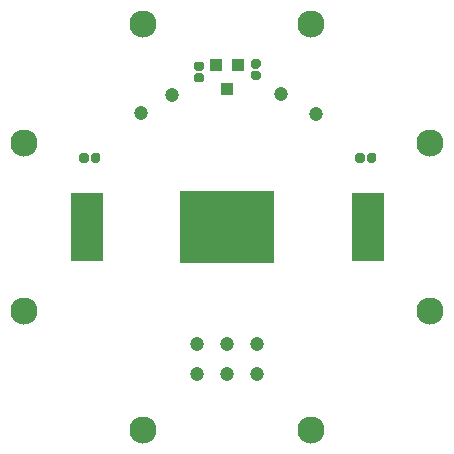
<source format=gbr>
%TF.GenerationSoftware,KiCad,Pcbnew,(5.1.6)-1*%
%TF.CreationDate,2024-07-23T23:35:14+05:30*%
%TF.ProjectId,Project_OAK_MAIN_BRD_V0.1,50726f6a-6563-4745-9f4f-414b5f4d4149,A*%
%TF.SameCoordinates,Original*%
%TF.FileFunction,Soldermask,Bot*%
%TF.FilePolarity,Negative*%
%FSLAX46Y46*%
G04 Gerber Fmt 4.6, Leading zero omitted, Abs format (unit mm)*
G04 Created by KiCad (PCBNEW (5.1.6)-1) date 2024-07-23 23:35:14*
%MOMM*%
%LPD*%
G01*
G04 APERTURE LIST*
%ADD10C,2.300000*%
%ADD11R,1.000000X1.100000*%
%ADD12C,1.200000*%
%ADD13R,2.800000X5.760000*%
%ADD14R,8.000000X6.160000*%
G04 APERTURE END LIST*
D10*
%TO.C,REF\u002A\u002A*%
X87630000Y-86360000D03*
%TD*%
%TO.C,REF\u002A\u002A*%
X87630000Y-100584000D03*
%TD*%
%TO.C,REF\u002A\u002A*%
X77571600Y-110642400D03*
%TD*%
%TO.C,REF\u002A\u002A*%
X63347600Y-110642400D03*
%TD*%
%TO.C,REF\u002A\u002A*%
X53289200Y-100584000D03*
%TD*%
%TO.C,REF\u002A\u002A*%
X53289200Y-86360000D03*
%TD*%
%TO.C,REF\u002A\u002A*%
X63347600Y-76301600D03*
%TD*%
%TO.C,REF\u002A\u002A*%
X77571600Y-76301600D03*
%TD*%
D11*
%TO.C,Q1*%
X70459600Y-81772000D03*
X71409600Y-79772000D03*
X69509600Y-79772000D03*
%TD*%
D12*
%TO.C,TP10*%
X65786000Y-82296000D03*
%TD*%
%TO.C,TP9*%
X63119000Y-83820000D03*
%TD*%
%TO.C,TP11*%
X78016100Y-83883500D03*
%TD*%
%TO.C,TP8*%
X75031600Y-82232500D03*
%TD*%
D13*
%TO.C,BT1*%
X58554600Y-93472000D03*
X82364600Y-93472000D03*
D14*
X70459600Y-93472000D03*
%TD*%
%TO.C,C4*%
G36*
G01*
X81314400Y-87852500D02*
X81314400Y-87407500D01*
G75*
G02*
X81511900Y-87210000I197500J0D01*
G01*
X81906900Y-87210000D01*
G75*
G02*
X82104400Y-87407500I0J-197500D01*
G01*
X82104400Y-87852500D01*
G75*
G02*
X81906900Y-88050000I-197500J0D01*
G01*
X81511900Y-88050000D01*
G75*
G02*
X81314400Y-87852500I0J197500D01*
G01*
G37*
G36*
G01*
X82284400Y-87852500D02*
X82284400Y-87407500D01*
G75*
G02*
X82481900Y-87210000I197500J0D01*
G01*
X82876900Y-87210000D01*
G75*
G02*
X83074400Y-87407500I0J-197500D01*
G01*
X83074400Y-87852500D01*
G75*
G02*
X82876900Y-88050000I-197500J0D01*
G01*
X82481900Y-88050000D01*
G75*
G02*
X82284400Y-87852500I0J197500D01*
G01*
G37*
%TD*%
%TO.C,R1*%
G36*
G01*
X58916400Y-87852500D02*
X58916400Y-87407500D01*
G75*
G02*
X59113900Y-87210000I197500J0D01*
G01*
X59508900Y-87210000D01*
G75*
G02*
X59706400Y-87407500I0J-197500D01*
G01*
X59706400Y-87852500D01*
G75*
G02*
X59508900Y-88050000I-197500J0D01*
G01*
X59113900Y-88050000D01*
G75*
G02*
X58916400Y-87852500I0J197500D01*
G01*
G37*
G36*
G01*
X57946400Y-87852500D02*
X57946400Y-87407500D01*
G75*
G02*
X58143900Y-87210000I197500J0D01*
G01*
X58538900Y-87210000D01*
G75*
G02*
X58736400Y-87407500I0J-197500D01*
G01*
X58736400Y-87852500D01*
G75*
G02*
X58538900Y-88050000I-197500J0D01*
G01*
X58143900Y-88050000D01*
G75*
G02*
X57946400Y-87852500I0J197500D01*
G01*
G37*
%TD*%
%TO.C,R5*%
G36*
G01*
X67849500Y-79485600D02*
X68294500Y-79485600D01*
G75*
G02*
X68492000Y-79683100I0J-197500D01*
G01*
X68492000Y-80078100D01*
G75*
G02*
X68294500Y-80275600I-197500J0D01*
G01*
X67849500Y-80275600D01*
G75*
G02*
X67652000Y-80078100I0J197500D01*
G01*
X67652000Y-79683100D01*
G75*
G02*
X67849500Y-79485600I197500J0D01*
G01*
G37*
G36*
G01*
X67849500Y-80455600D02*
X68294500Y-80455600D01*
G75*
G02*
X68492000Y-80653100I0J-197500D01*
G01*
X68492000Y-81048100D01*
G75*
G02*
X68294500Y-81245600I-197500J0D01*
G01*
X67849500Y-81245600D01*
G75*
G02*
X67652000Y-81048100I0J197500D01*
G01*
X67652000Y-80653100D01*
G75*
G02*
X67849500Y-80455600I197500J0D01*
G01*
G37*
%TD*%
%TO.C,R6*%
G36*
G01*
X73095100Y-80072400D02*
X72650100Y-80072400D01*
G75*
G02*
X72452600Y-79874900I0J197500D01*
G01*
X72452600Y-79479900D01*
G75*
G02*
X72650100Y-79282400I197500J0D01*
G01*
X73095100Y-79282400D01*
G75*
G02*
X73292600Y-79479900I0J-197500D01*
G01*
X73292600Y-79874900D01*
G75*
G02*
X73095100Y-80072400I-197500J0D01*
G01*
G37*
G36*
G01*
X73095100Y-81042400D02*
X72650100Y-81042400D01*
G75*
G02*
X72452600Y-80844900I0J197500D01*
G01*
X72452600Y-80449900D01*
G75*
G02*
X72650100Y-80252400I197500J0D01*
G01*
X73095100Y-80252400D01*
G75*
G02*
X73292600Y-80449900I0J-197500D01*
G01*
X73292600Y-80844900D01*
G75*
G02*
X73095100Y-81042400I-197500J0D01*
G01*
G37*
%TD*%
D12*
%TO.C,TP1*%
X72999600Y-105968800D03*
%TD*%
%TO.C,TP3*%
X70459600Y-105968800D03*
%TD*%
%TO.C,TP4*%
X72999600Y-103428800D03*
%TD*%
%TO.C,TP5*%
X70459600Y-103428800D03*
%TD*%
%TO.C,TP12*%
X67919600Y-103428800D03*
%TD*%
%TO.C,TP13*%
X67919600Y-105968800D03*
%TD*%
M02*

</source>
